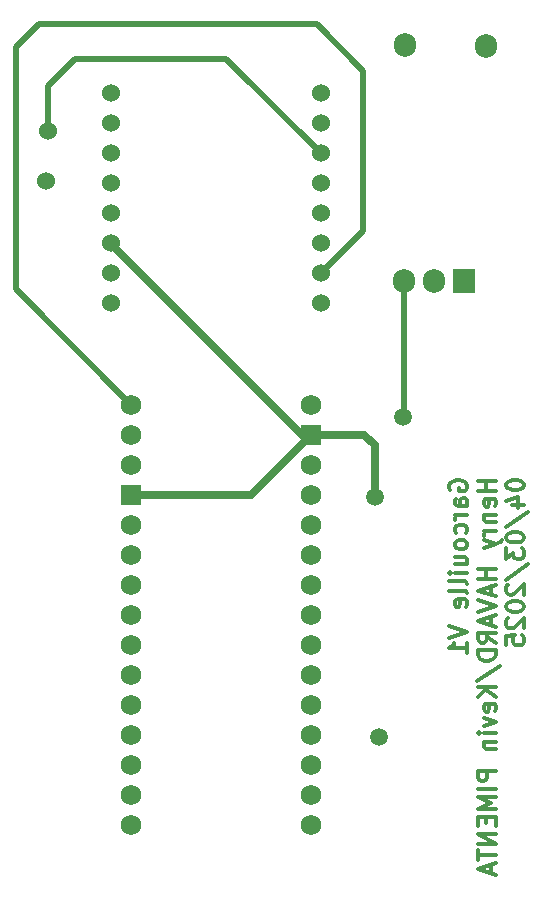
<source format=gbl>
%TF.GenerationSoftware,KiCad,Pcbnew,9.0.1*%
%TF.CreationDate,2025-04-20T20:44:27+02:00*%
%TF.ProjectId,Garcouille_V1,47617263-6f75-4696-9c6c-655f56312e6b,rev?*%
%TF.SameCoordinates,Original*%
%TF.FileFunction,Copper,L2,Bot*%
%TF.FilePolarity,Positive*%
%FSLAX46Y46*%
G04 Gerber Fmt 4.6, Leading zero omitted, Abs format (unit mm)*
G04 Created by KiCad (PCBNEW 9.0.1) date 2025-04-20 20:44:27*
%MOMM*%
%LPD*%
G01*
G04 APERTURE LIST*
%ADD10C,0.300000*%
%TA.AperFunction,NonConductor*%
%ADD11C,0.300000*%
%TD*%
%TA.AperFunction,ComponentPad*%
%ADD12O,1.905000X2.000000*%
%TD*%
%TA.AperFunction,ComponentPad*%
%ADD13C,1.524000*%
%TD*%
%TA.AperFunction,ComponentPad*%
%ADD14C,1.500000*%
%TD*%
%TA.AperFunction,ComponentPad*%
%ADD15R,1.905000X2.000000*%
%TD*%
%TA.AperFunction,ComponentPad*%
%ADD16C,1.727200*%
%TD*%
%TA.AperFunction,ComponentPad*%
%ADD17R,1.727200X1.727200*%
%TD*%
%TA.AperFunction,Conductor*%
%ADD18C,0.700000*%
%TD*%
%TA.AperFunction,Conductor*%
%ADD19C,0.200000*%
%TD*%
%TA.AperFunction,Conductor*%
%ADD20C,0.500000*%
%TD*%
G04 APERTURE END LIST*
D10*
D11*
X139948025Y-81299425D02*
X139876596Y-81156568D01*
X139876596Y-81156568D02*
X139876596Y-80942282D01*
X139876596Y-80942282D02*
X139948025Y-80727996D01*
X139948025Y-80727996D02*
X140090882Y-80585139D01*
X140090882Y-80585139D02*
X140233739Y-80513710D01*
X140233739Y-80513710D02*
X140519453Y-80442282D01*
X140519453Y-80442282D02*
X140733739Y-80442282D01*
X140733739Y-80442282D02*
X141019453Y-80513710D01*
X141019453Y-80513710D02*
X141162310Y-80585139D01*
X141162310Y-80585139D02*
X141305168Y-80727996D01*
X141305168Y-80727996D02*
X141376596Y-80942282D01*
X141376596Y-80942282D02*
X141376596Y-81085139D01*
X141376596Y-81085139D02*
X141305168Y-81299425D01*
X141305168Y-81299425D02*
X141233739Y-81370853D01*
X141233739Y-81370853D02*
X140733739Y-81370853D01*
X140733739Y-81370853D02*
X140733739Y-81085139D01*
X141376596Y-82656568D02*
X140590882Y-82656568D01*
X140590882Y-82656568D02*
X140448025Y-82585139D01*
X140448025Y-82585139D02*
X140376596Y-82442282D01*
X140376596Y-82442282D02*
X140376596Y-82156568D01*
X140376596Y-82156568D02*
X140448025Y-82013710D01*
X141305168Y-82656568D02*
X141376596Y-82513710D01*
X141376596Y-82513710D02*
X141376596Y-82156568D01*
X141376596Y-82156568D02*
X141305168Y-82013710D01*
X141305168Y-82013710D02*
X141162310Y-81942282D01*
X141162310Y-81942282D02*
X141019453Y-81942282D01*
X141019453Y-81942282D02*
X140876596Y-82013710D01*
X140876596Y-82013710D02*
X140805168Y-82156568D01*
X140805168Y-82156568D02*
X140805168Y-82513710D01*
X140805168Y-82513710D02*
X140733739Y-82656568D01*
X141376596Y-83370853D02*
X140376596Y-83370853D01*
X140662310Y-83370853D02*
X140519453Y-83442282D01*
X140519453Y-83442282D02*
X140448025Y-83513711D01*
X140448025Y-83513711D02*
X140376596Y-83656568D01*
X140376596Y-83656568D02*
X140376596Y-83799425D01*
X141305168Y-84942282D02*
X141376596Y-84799424D01*
X141376596Y-84799424D02*
X141376596Y-84513710D01*
X141376596Y-84513710D02*
X141305168Y-84370853D01*
X141305168Y-84370853D02*
X141233739Y-84299424D01*
X141233739Y-84299424D02*
X141090882Y-84227996D01*
X141090882Y-84227996D02*
X140662310Y-84227996D01*
X140662310Y-84227996D02*
X140519453Y-84299424D01*
X140519453Y-84299424D02*
X140448025Y-84370853D01*
X140448025Y-84370853D02*
X140376596Y-84513710D01*
X140376596Y-84513710D02*
X140376596Y-84799424D01*
X140376596Y-84799424D02*
X140448025Y-84942282D01*
X141376596Y-85799424D02*
X141305168Y-85656567D01*
X141305168Y-85656567D02*
X141233739Y-85585138D01*
X141233739Y-85585138D02*
X141090882Y-85513710D01*
X141090882Y-85513710D02*
X140662310Y-85513710D01*
X140662310Y-85513710D02*
X140519453Y-85585138D01*
X140519453Y-85585138D02*
X140448025Y-85656567D01*
X140448025Y-85656567D02*
X140376596Y-85799424D01*
X140376596Y-85799424D02*
X140376596Y-86013710D01*
X140376596Y-86013710D02*
X140448025Y-86156567D01*
X140448025Y-86156567D02*
X140519453Y-86227996D01*
X140519453Y-86227996D02*
X140662310Y-86299424D01*
X140662310Y-86299424D02*
X141090882Y-86299424D01*
X141090882Y-86299424D02*
X141233739Y-86227996D01*
X141233739Y-86227996D02*
X141305168Y-86156567D01*
X141305168Y-86156567D02*
X141376596Y-86013710D01*
X141376596Y-86013710D02*
X141376596Y-85799424D01*
X140376596Y-87585139D02*
X141376596Y-87585139D01*
X140376596Y-86942281D02*
X141162310Y-86942281D01*
X141162310Y-86942281D02*
X141305168Y-87013710D01*
X141305168Y-87013710D02*
X141376596Y-87156567D01*
X141376596Y-87156567D02*
X141376596Y-87370853D01*
X141376596Y-87370853D02*
X141305168Y-87513710D01*
X141305168Y-87513710D02*
X141233739Y-87585139D01*
X141376596Y-88299424D02*
X140376596Y-88299424D01*
X139876596Y-88299424D02*
X139948025Y-88227996D01*
X139948025Y-88227996D02*
X140019453Y-88299424D01*
X140019453Y-88299424D02*
X139948025Y-88370853D01*
X139948025Y-88370853D02*
X139876596Y-88299424D01*
X139876596Y-88299424D02*
X140019453Y-88299424D01*
X141376596Y-89227996D02*
X141305168Y-89085139D01*
X141305168Y-89085139D02*
X141162310Y-89013710D01*
X141162310Y-89013710D02*
X139876596Y-89013710D01*
X141376596Y-90013710D02*
X141305168Y-89870853D01*
X141305168Y-89870853D02*
X141162310Y-89799424D01*
X141162310Y-89799424D02*
X139876596Y-89799424D01*
X141305168Y-91156567D02*
X141376596Y-91013710D01*
X141376596Y-91013710D02*
X141376596Y-90727996D01*
X141376596Y-90727996D02*
X141305168Y-90585138D01*
X141305168Y-90585138D02*
X141162310Y-90513710D01*
X141162310Y-90513710D02*
X140590882Y-90513710D01*
X140590882Y-90513710D02*
X140448025Y-90585138D01*
X140448025Y-90585138D02*
X140376596Y-90727996D01*
X140376596Y-90727996D02*
X140376596Y-91013710D01*
X140376596Y-91013710D02*
X140448025Y-91156567D01*
X140448025Y-91156567D02*
X140590882Y-91227996D01*
X140590882Y-91227996D02*
X140733739Y-91227996D01*
X140733739Y-91227996D02*
X140876596Y-90513710D01*
X139876596Y-92799424D02*
X141376596Y-93299424D01*
X141376596Y-93299424D02*
X139876596Y-93799424D01*
X141376596Y-95085138D02*
X141376596Y-94227995D01*
X141376596Y-94656566D02*
X139876596Y-94656566D01*
X139876596Y-94656566D02*
X140090882Y-94513709D01*
X140090882Y-94513709D02*
X140233739Y-94370852D01*
X140233739Y-94370852D02*
X140305168Y-94227995D01*
X143791512Y-80513710D02*
X142291512Y-80513710D01*
X143005798Y-80513710D02*
X143005798Y-81370853D01*
X143791512Y-81370853D02*
X142291512Y-81370853D01*
X143720084Y-82656568D02*
X143791512Y-82513711D01*
X143791512Y-82513711D02*
X143791512Y-82227997D01*
X143791512Y-82227997D02*
X143720084Y-82085139D01*
X143720084Y-82085139D02*
X143577226Y-82013711D01*
X143577226Y-82013711D02*
X143005798Y-82013711D01*
X143005798Y-82013711D02*
X142862941Y-82085139D01*
X142862941Y-82085139D02*
X142791512Y-82227997D01*
X142791512Y-82227997D02*
X142791512Y-82513711D01*
X142791512Y-82513711D02*
X142862941Y-82656568D01*
X142862941Y-82656568D02*
X143005798Y-82727997D01*
X143005798Y-82727997D02*
X143148655Y-82727997D01*
X143148655Y-82727997D02*
X143291512Y-82013711D01*
X142791512Y-83370853D02*
X143791512Y-83370853D01*
X142934369Y-83370853D02*
X142862941Y-83442282D01*
X142862941Y-83442282D02*
X142791512Y-83585139D01*
X142791512Y-83585139D02*
X142791512Y-83799425D01*
X142791512Y-83799425D02*
X142862941Y-83942282D01*
X142862941Y-83942282D02*
X143005798Y-84013711D01*
X143005798Y-84013711D02*
X143791512Y-84013711D01*
X143791512Y-84727996D02*
X142791512Y-84727996D01*
X143077226Y-84727996D02*
X142934369Y-84799425D01*
X142934369Y-84799425D02*
X142862941Y-84870854D01*
X142862941Y-84870854D02*
X142791512Y-85013711D01*
X142791512Y-85013711D02*
X142791512Y-85156568D01*
X142791512Y-85513710D02*
X143791512Y-85870853D01*
X142791512Y-86227996D02*
X143791512Y-85870853D01*
X143791512Y-85870853D02*
X144148655Y-85727996D01*
X144148655Y-85727996D02*
X144220084Y-85656567D01*
X144220084Y-85656567D02*
X144291512Y-85513710D01*
X143791512Y-87942281D02*
X142291512Y-87942281D01*
X143005798Y-87942281D02*
X143005798Y-88799424D01*
X143791512Y-88799424D02*
X142291512Y-88799424D01*
X143362941Y-89442282D02*
X143362941Y-90156568D01*
X143791512Y-89299425D02*
X142291512Y-89799425D01*
X142291512Y-89799425D02*
X143791512Y-90299425D01*
X142291512Y-90585139D02*
X143791512Y-91085139D01*
X143791512Y-91085139D02*
X142291512Y-91585139D01*
X143362941Y-92013710D02*
X143362941Y-92727996D01*
X143791512Y-91870853D02*
X142291512Y-92370853D01*
X142291512Y-92370853D02*
X143791512Y-92870853D01*
X143791512Y-94227995D02*
X143077226Y-93727995D01*
X143791512Y-93370852D02*
X142291512Y-93370852D01*
X142291512Y-93370852D02*
X142291512Y-93942281D01*
X142291512Y-93942281D02*
X142362941Y-94085138D01*
X142362941Y-94085138D02*
X142434369Y-94156567D01*
X142434369Y-94156567D02*
X142577226Y-94227995D01*
X142577226Y-94227995D02*
X142791512Y-94227995D01*
X142791512Y-94227995D02*
X142934369Y-94156567D01*
X142934369Y-94156567D02*
X143005798Y-94085138D01*
X143005798Y-94085138D02*
X143077226Y-93942281D01*
X143077226Y-93942281D02*
X143077226Y-93370852D01*
X143791512Y-94870852D02*
X142291512Y-94870852D01*
X142291512Y-94870852D02*
X142291512Y-95227995D01*
X142291512Y-95227995D02*
X142362941Y-95442281D01*
X142362941Y-95442281D02*
X142505798Y-95585138D01*
X142505798Y-95585138D02*
X142648655Y-95656567D01*
X142648655Y-95656567D02*
X142934369Y-95727995D01*
X142934369Y-95727995D02*
X143148655Y-95727995D01*
X143148655Y-95727995D02*
X143434369Y-95656567D01*
X143434369Y-95656567D02*
X143577226Y-95585138D01*
X143577226Y-95585138D02*
X143720084Y-95442281D01*
X143720084Y-95442281D02*
X143791512Y-95227995D01*
X143791512Y-95227995D02*
X143791512Y-94870852D01*
X142220084Y-97442281D02*
X144148655Y-96156567D01*
X143791512Y-97942281D02*
X142291512Y-97942281D01*
X143791512Y-98799424D02*
X142934369Y-98156567D01*
X142291512Y-98799424D02*
X143148655Y-97942281D01*
X143720084Y-100013710D02*
X143791512Y-99870853D01*
X143791512Y-99870853D02*
X143791512Y-99585139D01*
X143791512Y-99585139D02*
X143720084Y-99442281D01*
X143720084Y-99442281D02*
X143577226Y-99370853D01*
X143577226Y-99370853D02*
X143005798Y-99370853D01*
X143005798Y-99370853D02*
X142862941Y-99442281D01*
X142862941Y-99442281D02*
X142791512Y-99585139D01*
X142791512Y-99585139D02*
X142791512Y-99870853D01*
X142791512Y-99870853D02*
X142862941Y-100013710D01*
X142862941Y-100013710D02*
X143005798Y-100085139D01*
X143005798Y-100085139D02*
X143148655Y-100085139D01*
X143148655Y-100085139D02*
X143291512Y-99370853D01*
X142791512Y-100585138D02*
X143791512Y-100942281D01*
X143791512Y-100942281D02*
X142791512Y-101299424D01*
X143791512Y-101870852D02*
X142791512Y-101870852D01*
X142291512Y-101870852D02*
X142362941Y-101799424D01*
X142362941Y-101799424D02*
X142434369Y-101870852D01*
X142434369Y-101870852D02*
X142362941Y-101942281D01*
X142362941Y-101942281D02*
X142291512Y-101870852D01*
X142291512Y-101870852D02*
X142434369Y-101870852D01*
X142791512Y-102585138D02*
X143791512Y-102585138D01*
X142934369Y-102585138D02*
X142862941Y-102656567D01*
X142862941Y-102656567D02*
X142791512Y-102799424D01*
X142791512Y-102799424D02*
X142791512Y-103013710D01*
X142791512Y-103013710D02*
X142862941Y-103156567D01*
X142862941Y-103156567D02*
X143005798Y-103227996D01*
X143005798Y-103227996D02*
X143791512Y-103227996D01*
X143791512Y-105085138D02*
X142291512Y-105085138D01*
X142291512Y-105085138D02*
X142291512Y-105656567D01*
X142291512Y-105656567D02*
X142362941Y-105799424D01*
X142362941Y-105799424D02*
X142434369Y-105870853D01*
X142434369Y-105870853D02*
X142577226Y-105942281D01*
X142577226Y-105942281D02*
X142791512Y-105942281D01*
X142791512Y-105942281D02*
X142934369Y-105870853D01*
X142934369Y-105870853D02*
X143005798Y-105799424D01*
X143005798Y-105799424D02*
X143077226Y-105656567D01*
X143077226Y-105656567D02*
X143077226Y-105085138D01*
X143791512Y-106585138D02*
X142291512Y-106585138D01*
X143791512Y-107299424D02*
X142291512Y-107299424D01*
X142291512Y-107299424D02*
X143362941Y-107799424D01*
X143362941Y-107799424D02*
X142291512Y-108299424D01*
X142291512Y-108299424D02*
X143791512Y-108299424D01*
X143005798Y-109013710D02*
X143005798Y-109513710D01*
X143791512Y-109727996D02*
X143791512Y-109013710D01*
X143791512Y-109013710D02*
X142291512Y-109013710D01*
X142291512Y-109013710D02*
X142291512Y-109727996D01*
X143791512Y-110370853D02*
X142291512Y-110370853D01*
X142291512Y-110370853D02*
X143791512Y-111227996D01*
X143791512Y-111227996D02*
X142291512Y-111227996D01*
X142291512Y-111727997D02*
X142291512Y-112585140D01*
X143791512Y-112156568D02*
X142291512Y-112156568D01*
X143362941Y-113013711D02*
X143362941Y-113727997D01*
X143791512Y-112870854D02*
X142291512Y-113370854D01*
X142291512Y-113370854D02*
X143791512Y-113870854D01*
X144706428Y-80799425D02*
X144706428Y-80942282D01*
X144706428Y-80942282D02*
X144777857Y-81085139D01*
X144777857Y-81085139D02*
X144849285Y-81156568D01*
X144849285Y-81156568D02*
X144992142Y-81227996D01*
X144992142Y-81227996D02*
X145277857Y-81299425D01*
X145277857Y-81299425D02*
X145635000Y-81299425D01*
X145635000Y-81299425D02*
X145920714Y-81227996D01*
X145920714Y-81227996D02*
X146063571Y-81156568D01*
X146063571Y-81156568D02*
X146135000Y-81085139D01*
X146135000Y-81085139D02*
X146206428Y-80942282D01*
X146206428Y-80942282D02*
X146206428Y-80799425D01*
X146206428Y-80799425D02*
X146135000Y-80656568D01*
X146135000Y-80656568D02*
X146063571Y-80585139D01*
X146063571Y-80585139D02*
X145920714Y-80513710D01*
X145920714Y-80513710D02*
X145635000Y-80442282D01*
X145635000Y-80442282D02*
X145277857Y-80442282D01*
X145277857Y-80442282D02*
X144992142Y-80513710D01*
X144992142Y-80513710D02*
X144849285Y-80585139D01*
X144849285Y-80585139D02*
X144777857Y-80656568D01*
X144777857Y-80656568D02*
X144706428Y-80799425D01*
X145206428Y-82585139D02*
X146206428Y-82585139D01*
X144635000Y-82227996D02*
X145706428Y-81870853D01*
X145706428Y-81870853D02*
X145706428Y-82799424D01*
X144635000Y-84442281D02*
X146563571Y-83156567D01*
X144706428Y-85227996D02*
X144706428Y-85370853D01*
X144706428Y-85370853D02*
X144777857Y-85513710D01*
X144777857Y-85513710D02*
X144849285Y-85585139D01*
X144849285Y-85585139D02*
X144992142Y-85656567D01*
X144992142Y-85656567D02*
X145277857Y-85727996D01*
X145277857Y-85727996D02*
X145635000Y-85727996D01*
X145635000Y-85727996D02*
X145920714Y-85656567D01*
X145920714Y-85656567D02*
X146063571Y-85585139D01*
X146063571Y-85585139D02*
X146135000Y-85513710D01*
X146135000Y-85513710D02*
X146206428Y-85370853D01*
X146206428Y-85370853D02*
X146206428Y-85227996D01*
X146206428Y-85227996D02*
X146135000Y-85085139D01*
X146135000Y-85085139D02*
X146063571Y-85013710D01*
X146063571Y-85013710D02*
X145920714Y-84942281D01*
X145920714Y-84942281D02*
X145635000Y-84870853D01*
X145635000Y-84870853D02*
X145277857Y-84870853D01*
X145277857Y-84870853D02*
X144992142Y-84942281D01*
X144992142Y-84942281D02*
X144849285Y-85013710D01*
X144849285Y-85013710D02*
X144777857Y-85085139D01*
X144777857Y-85085139D02*
X144706428Y-85227996D01*
X144706428Y-86227995D02*
X144706428Y-87156567D01*
X144706428Y-87156567D02*
X145277857Y-86656567D01*
X145277857Y-86656567D02*
X145277857Y-86870852D01*
X145277857Y-86870852D02*
X145349285Y-87013710D01*
X145349285Y-87013710D02*
X145420714Y-87085138D01*
X145420714Y-87085138D02*
X145563571Y-87156567D01*
X145563571Y-87156567D02*
X145920714Y-87156567D01*
X145920714Y-87156567D02*
X146063571Y-87085138D01*
X146063571Y-87085138D02*
X146135000Y-87013710D01*
X146135000Y-87013710D02*
X146206428Y-86870852D01*
X146206428Y-86870852D02*
X146206428Y-86442281D01*
X146206428Y-86442281D02*
X146135000Y-86299424D01*
X146135000Y-86299424D02*
X146063571Y-86227995D01*
X144635000Y-88870852D02*
X146563571Y-87585138D01*
X144849285Y-89299424D02*
X144777857Y-89370852D01*
X144777857Y-89370852D02*
X144706428Y-89513710D01*
X144706428Y-89513710D02*
X144706428Y-89870852D01*
X144706428Y-89870852D02*
X144777857Y-90013710D01*
X144777857Y-90013710D02*
X144849285Y-90085138D01*
X144849285Y-90085138D02*
X144992142Y-90156567D01*
X144992142Y-90156567D02*
X145135000Y-90156567D01*
X145135000Y-90156567D02*
X145349285Y-90085138D01*
X145349285Y-90085138D02*
X146206428Y-89227995D01*
X146206428Y-89227995D02*
X146206428Y-90156567D01*
X144706428Y-91085138D02*
X144706428Y-91227995D01*
X144706428Y-91227995D02*
X144777857Y-91370852D01*
X144777857Y-91370852D02*
X144849285Y-91442281D01*
X144849285Y-91442281D02*
X144992142Y-91513709D01*
X144992142Y-91513709D02*
X145277857Y-91585138D01*
X145277857Y-91585138D02*
X145635000Y-91585138D01*
X145635000Y-91585138D02*
X145920714Y-91513709D01*
X145920714Y-91513709D02*
X146063571Y-91442281D01*
X146063571Y-91442281D02*
X146135000Y-91370852D01*
X146135000Y-91370852D02*
X146206428Y-91227995D01*
X146206428Y-91227995D02*
X146206428Y-91085138D01*
X146206428Y-91085138D02*
X146135000Y-90942281D01*
X146135000Y-90942281D02*
X146063571Y-90870852D01*
X146063571Y-90870852D02*
X145920714Y-90799423D01*
X145920714Y-90799423D02*
X145635000Y-90727995D01*
X145635000Y-90727995D02*
X145277857Y-90727995D01*
X145277857Y-90727995D02*
X144992142Y-90799423D01*
X144992142Y-90799423D02*
X144849285Y-90870852D01*
X144849285Y-90870852D02*
X144777857Y-90942281D01*
X144777857Y-90942281D02*
X144706428Y-91085138D01*
X144849285Y-92156566D02*
X144777857Y-92227994D01*
X144777857Y-92227994D02*
X144706428Y-92370852D01*
X144706428Y-92370852D02*
X144706428Y-92727994D01*
X144706428Y-92727994D02*
X144777857Y-92870852D01*
X144777857Y-92870852D02*
X144849285Y-92942280D01*
X144849285Y-92942280D02*
X144992142Y-93013709D01*
X144992142Y-93013709D02*
X145135000Y-93013709D01*
X145135000Y-93013709D02*
X145349285Y-92942280D01*
X145349285Y-92942280D02*
X146206428Y-92085137D01*
X146206428Y-92085137D02*
X146206428Y-93013709D01*
X144706428Y-94370851D02*
X144706428Y-93656565D01*
X144706428Y-93656565D02*
X145420714Y-93585137D01*
X145420714Y-93585137D02*
X145349285Y-93656565D01*
X145349285Y-93656565D02*
X145277857Y-93799423D01*
X145277857Y-93799423D02*
X145277857Y-94156565D01*
X145277857Y-94156565D02*
X145349285Y-94299423D01*
X145349285Y-94299423D02*
X145420714Y-94370851D01*
X145420714Y-94370851D02*
X145563571Y-94442280D01*
X145563571Y-94442280D02*
X145920714Y-94442280D01*
X145920714Y-94442280D02*
X146063571Y-94370851D01*
X146063571Y-94370851D02*
X146135000Y-94299423D01*
X146135000Y-94299423D02*
X146206428Y-94156565D01*
X146206428Y-94156565D02*
X146206428Y-93799423D01*
X146206428Y-93799423D02*
X146135000Y-93656565D01*
X146135000Y-93656565D02*
X146063571Y-93585137D01*
D12*
%TO.P,,3,VO*%
%TO.N,GND*%
X136144000Y-43586400D03*
%TD*%
D13*
%TO.P,,8,SPK2*%
%TO.N,Net-(DFR1-SPK2)*%
X105765600Y-55118000D03*
%TD*%
D14*
%TO.P,,3,VCC*%
%TO.N,Net-(DFR1-VCC)*%
X135991600Y-75082400D03*
%TD*%
D15*
%TO.P,U2,1,VI*%
%TO.N,Net-(SW1-C)*%
X141147800Y-63576200D03*
D12*
%TO.P,U2,2,GND*%
%TO.N,GND*%
X138607800Y-63576200D03*
%TO.P,U2,3,VO*%
%TO.N,Net-(DFR1-VCC)*%
X136067800Y-63576200D03*
%TD*%
%TO.P,,3,VO*%
%TO.N,+9V*%
X142951200Y-43688000D03*
%TD*%
D16*
%TO.P,A1,3V3,3.3V*%
%TO.N,unconnected-(A1-3.3V-Pad3V3)*%
X128180000Y-107080000D03*
%TO.P,A1,5V,5V*%
%TO.N,unconnected-(A1-Pad5V)*%
X128180000Y-81680000D03*
%TO.P,A1,A0,A0*%
%TO.N,Net-(SR1-OUT)*%
X128180000Y-102000000D03*
%TO.P,A1,A1,A1*%
%TO.N,unconnected-(A1-PadA1)*%
X128180000Y-99460000D03*
%TO.P,A1,A2,A2*%
%TO.N,unconnected-(A1-PadA2)*%
X128180000Y-96920000D03*
%TO.P,A1,A3,A3*%
%TO.N,unconnected-(A1-PadA3)*%
X128180000Y-94380000D03*
%TO.P,A1,A4,A4/SDA*%
%TO.N,unconnected-(A1-A4{slash}SDA-PadA4)*%
X128180000Y-91840000D03*
%TO.P,A1,A5,A5/SCL*%
%TO.N,unconnected-(A1-A5{slash}SCL-PadA5)*%
X128180000Y-89300000D03*
%TO.P,A1,A6,A6*%
%TO.N,unconnected-(A1-PadA6)*%
X128180000Y-86760000D03*
%TO.P,A1,A7,A7*%
%TO.N,unconnected-(A1-PadA7)*%
X128180000Y-84220000D03*
%TO.P,A1,B0,B0*%
%TO.N,unconnected-(A1-PadB0)*%
X128180000Y-104540000D03*
%TO.P,A1,B1,B1*%
%TO.N,unconnected-(A1-PadB1)*%
X128180000Y-79140000D03*
%TO.P,A1,D0,D0/RX*%
%TO.N,Net-(A1-D0{slash}RX)*%
X112940000Y-76600000D03*
%TO.P,A1,D1,D1/TX*%
%TO.N,Net-(A1-D1{slash}TX)*%
X112940000Y-74060000D03*
%TO.P,A1,D2,D2*%
%TO.N,unconnected-(A1-PadD2)*%
X112940000Y-84220000D03*
%TO.P,A1,D3,D3*%
%TO.N,unconnected-(A1-PadD3)*%
X112940000Y-86760000D03*
%TO.P,A1,D4,D4*%
%TO.N,Net-(DFR1-BUSY)*%
X112940000Y-89300000D03*
%TO.P,A1,D5,D5*%
%TO.N,unconnected-(A1-PadD5)*%
X112940000Y-91840000D03*
%TO.P,A1,D6,D6*%
%TO.N,unconnected-(A1-PadD6)*%
X112940000Y-94380000D03*
%TO.P,A1,D7,D7*%
%TO.N,unconnected-(A1-PadD7)*%
X112940000Y-96920000D03*
%TO.P,A1,D8,D8*%
%TO.N,unconnected-(A1-PadD8)*%
X112940000Y-99460000D03*
%TO.P,A1,D9,D9*%
%TO.N,unconnected-(A1-PadD9)*%
X112940000Y-102000000D03*
%TO.P,A1,D10,D10*%
%TO.N,unconnected-(A1-PadD10)*%
X112940000Y-104540000D03*
%TO.P,A1,D11,D11_MOSI*%
%TO.N,unconnected-(A1-D11_MOSI-PadD11)*%
X112940000Y-107080000D03*
%TO.P,A1,D12,D12_MISO*%
%TO.N,unconnected-(A1-D12_MISO-PadD12)*%
X112940000Y-109620000D03*
%TO.P,A1,D13,D13_SCK*%
%TO.N,unconnected-(A1-D13_SCK-PadD13)*%
X128180000Y-109620000D03*
D17*
%TO.P,A1,GND1,GND*%
%TO.N,GND*%
X112940000Y-81680000D03*
%TO.P,A1,GND2,GND*%
X128180000Y-76600000D03*
D16*
%TO.P,A1,RST,~{RESET}*%
%TO.N,unconnected-(A1-~{RESET}-PadRST)*%
X112940000Y-79140000D03*
%TO.P,A1,VIN,VIN*%
%TO.N,Net-(SW1-C)*%
X128180000Y-74060000D03*
%TD*%
D13*
%TO.P,DFR1,1,VCC*%
%TO.N,Net-(DFR1-VCC)*%
X128981200Y-65481200D03*
%TO.P,DFR1,2,RX*%
%TO.N,Net-(A1-D1{slash}TX)*%
X128981200Y-62941200D03*
%TO.P,DFR1,3,TX*%
%TO.N,Net-(A1-D0{slash}RX)*%
X128981200Y-60401200D03*
%TO.P,DFR1,4,DAC_R*%
%TO.N,unconnected-(DFR1-DAC_R-Pad4)*%
X128981200Y-57861200D03*
%TO.P,DFR1,5,DAC_I*%
%TO.N,unconnected-(DFR1-DAC_I-Pad5)*%
X128981200Y-55321200D03*
%TO.P,DFR1,6,SPK1*%
%TO.N,Net-(DFR1-SPK1)*%
X128981200Y-52781200D03*
%TO.P,DFR1,7,GND*%
%TO.N,GND*%
X128981200Y-50241200D03*
%TO.P,DFR1,8,SPK2*%
%TO.N,Net-(DFR1-SPK2)*%
X128981200Y-47701200D03*
%TO.P,DFR1,9,IO_2*%
%TO.N,unconnected-(DFR1-IO_2-Pad9)*%
X111201200Y-47701200D03*
%TO.P,DFR1,10,GND*%
%TO.N,unconnected-(DFR1-GND-Pad10)*%
X111201200Y-50241200D03*
%TO.P,DFR1,11,IO_2*%
%TO.N,unconnected-(DFR1-IO_2-Pad11)*%
X111201200Y-52781200D03*
%TO.P,DFR1,12,ADKEY_1*%
%TO.N,unconnected-(DFR1-ADKEY_1-Pad12)*%
X111201200Y-55321200D03*
%TO.P,DFR1,13,ADKEY_2*%
%TO.N,unconnected-(DFR1-ADKEY_2-Pad13)*%
X111201200Y-57861200D03*
%TO.P,DFR1,14,USB+*%
%TO.N,unconnected-(DFR1-USB+-Pad14)*%
X111201200Y-60401200D03*
%TO.P,DFR1,15,USB-*%
%TO.N,unconnected-(DFR1-USB--Pad15)*%
X111201200Y-62941200D03*
%TO.P,DFR1,16,BUSY*%
%TO.N,Net-(DFR1-BUSY)*%
X111201200Y-65481200D03*
%TD*%
D14*
%TO.P,,1,GND*%
%TO.N,GND*%
X133553200Y-81838800D03*
%TD*%
%TO.P,,2,OUT*%
%TO.N,Net-(SR1-OUT)*%
X133959600Y-102158800D03*
%TD*%
D13*
%TO.P,,6,SPK1*%
%TO.N,Net-(DFR1-SPK1)*%
X105867200Y-50901600D03*
%TD*%
D18*
%TO.N,GND*%
X112940000Y-81680000D02*
X123100000Y-81680000D01*
X123100000Y-81680000D02*
X128180000Y-76600000D01*
X133553200Y-81973200D02*
X133553200Y-77470000D01*
X133553200Y-77470000D02*
X132683200Y-76600000D01*
D19*
X111058800Y-60401200D02*
X111110000Y-60350000D01*
D18*
X132683200Y-76600000D02*
X128180000Y-76600000D01*
X127360000Y-76600000D02*
X111110000Y-60350000D01*
D20*
%TO.N,Net-(A1-D1{slash}TX)*%
X128676400Y-41859200D02*
X132588000Y-45770800D01*
X132588000Y-45770800D02*
X132588000Y-59334400D01*
X103174800Y-43789600D02*
X105105200Y-41859200D01*
X112940000Y-74060000D02*
X103174800Y-64294800D01*
X132588000Y-59334400D02*
X128981200Y-62941200D01*
X105105200Y-41859200D02*
X128676400Y-41859200D01*
X103174800Y-64294800D02*
X103174800Y-43789600D01*
%TO.N,unconnected-(DFR1-USB--Pad15)*%
X111110000Y-62890000D02*
X111059600Y-62839600D01*
%TO.N,Net-(DFR1-SPK1)*%
X105867200Y-47040800D02*
X105867200Y-50901600D01*
X120954800Y-44754800D02*
X108153200Y-44754800D01*
X108153200Y-44754800D02*
X105867200Y-47040800D01*
X128981200Y-52781200D02*
X120954800Y-44754800D01*
%TO.N,Net-(DFR1-VCC)*%
X136067800Y-63576200D02*
X136067800Y-75158600D01*
%TD*%
M02*

</source>
